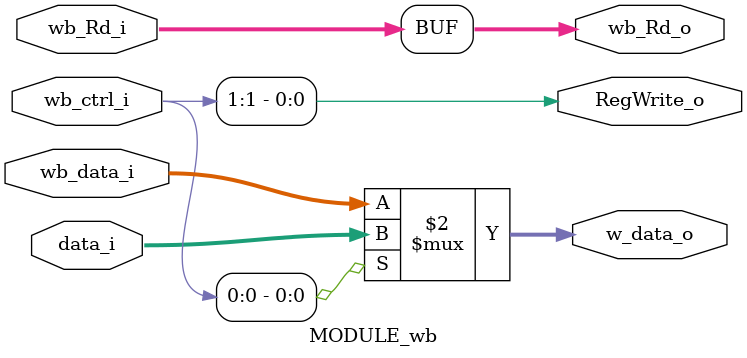
<source format=v>
module MODULE_wb(
    input   [ 1:0]  wb_ctrl_i       ,
    input   [31:0]  wb_data_i       ,
    input   [31:0]  data_i          ,
    input   [ 4:0]  wb_Rd_i         ,
    output  [ 4:0]  wb_Rd_o         ,
    output          RegWrite_o      ,
    output  [31:0]  w_data_o
);
    assign wb_Rd_o = wb_Rd_i;
    assign RegWrite_o = wb_ctrl_i[1];
    assign w_data_o = (wb_ctrl_i[0] == 1'b0) ? wb_data_i : data_i;
    
endmodule

</source>
